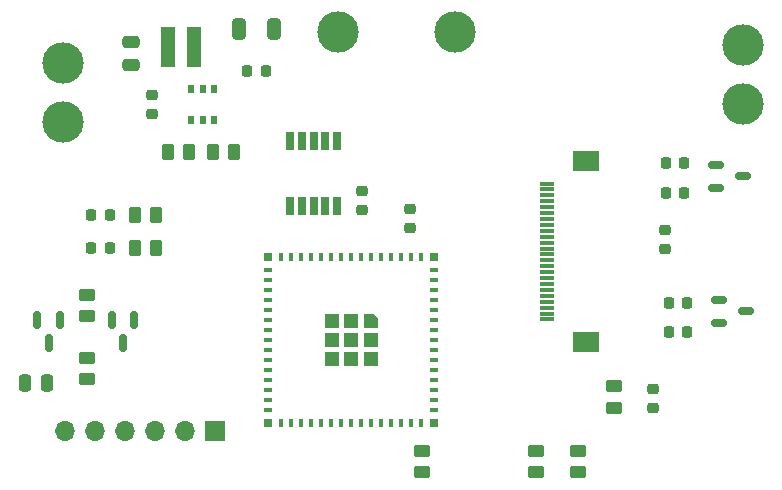
<source format=gbr>
%TF.GenerationSoftware,KiCad,Pcbnew,8.0.4*%
%TF.CreationDate,2024-09-11T06:46:47-05:00*%
%TF.ProjectId,rc,72632e6b-6963-4616-945f-706362585858,rev?*%
%TF.SameCoordinates,Original*%
%TF.FileFunction,Soldermask,Top*%
%TF.FilePolarity,Negative*%
%FSLAX46Y46*%
G04 Gerber Fmt 4.6, Leading zero omitted, Abs format (unit mm)*
G04 Created by KiCad (PCBNEW 8.0.4) date 2024-09-11 06:46:47*
%MOMM*%
%LPD*%
G01*
G04 APERTURE LIST*
G04 Aperture macros list*
%AMRoundRect*
0 Rectangle with rounded corners*
0 $1 Rounding radius*
0 $2 $3 $4 $5 $6 $7 $8 $9 X,Y pos of 4 corners*
0 Add a 4 corners polygon primitive as box body*
4,1,4,$2,$3,$4,$5,$6,$7,$8,$9,$2,$3,0*
0 Add four circle primitives for the rounded corners*
1,1,$1+$1,$2,$3*
1,1,$1+$1,$4,$5*
1,1,$1+$1,$6,$7*
1,1,$1+$1,$8,$9*
0 Add four rect primitives between the rounded corners*
20,1,$1+$1,$2,$3,$4,$5,0*
20,1,$1+$1,$4,$5,$6,$7,0*
20,1,$1+$1,$6,$7,$8,$9,0*
20,1,$1+$1,$8,$9,$2,$3,0*%
%AMOutline5P*
0 Free polygon, 5 corners , with rotation*
0 The origin of the aperture is its center*
0 number of corners: always 5*
0 $1 to $10 corner X, Y*
0 $11 Rotation angle, in degrees counterclockwise*
0 create outline with 5 corners*
4,1,5,$1,$2,$3,$4,$5,$6,$7,$8,$9,$10,$1,$2,$11*%
%AMOutline6P*
0 Free polygon, 6 corners , with rotation*
0 The origin of the aperture is its center*
0 number of corners: always 6*
0 $1 to $12 corner X, Y*
0 $13 Rotation angle, in degrees counterclockwise*
0 create outline with 6 corners*
4,1,6,$1,$2,$3,$4,$5,$6,$7,$8,$9,$10,$11,$12,$1,$2,$13*%
%AMOutline7P*
0 Free polygon, 7 corners , with rotation*
0 The origin of the aperture is its center*
0 number of corners: always 7*
0 $1 to $14 corner X, Y*
0 $15 Rotation angle, in degrees counterclockwise*
0 create outline with 7 corners*
4,1,7,$1,$2,$3,$4,$5,$6,$7,$8,$9,$10,$11,$12,$13,$14,$1,$2,$15*%
%AMOutline8P*
0 Free polygon, 8 corners , with rotation*
0 The origin of the aperture is its center*
0 number of corners: always 8*
0 $1 to $16 corner X, Y*
0 $17 Rotation angle, in degrees counterclockwise*
0 create outline with 8 corners*
4,1,8,$1,$2,$3,$4,$5,$6,$7,$8,$9,$10,$11,$12,$13,$14,$15,$16,$1,$2,$17*%
G04 Aperture macros list end*
%ADD10C,2.600000*%
%ADD11C,3.500000*%
%ADD12R,0.400000X0.800000*%
%ADD13R,0.800000X0.400000*%
%ADD14Outline5P,-0.600000X0.204000X-0.204000X0.600000X0.600000X0.600000X0.600000X-0.600000X-0.600000X-0.600000X270.000000*%
%ADD15R,1.200000X1.200000*%
%ADD16R,0.800000X0.800000*%
%ADD17RoundRect,0.250000X0.450000X-0.262500X0.450000X0.262500X-0.450000X0.262500X-0.450000X-0.262500X0*%
%ADD18R,1.300000X0.300000*%
%ADD19R,2.200000X1.800000*%
%ADD20RoundRect,0.250000X-0.450000X0.262500X-0.450000X-0.262500X0.450000X-0.262500X0.450000X0.262500X0*%
%ADD21RoundRect,0.225000X-0.225000X-0.250000X0.225000X-0.250000X0.225000X0.250000X-0.225000X0.250000X0*%
%ADD22RoundRect,0.150000X-0.512500X-0.150000X0.512500X-0.150000X0.512500X0.150000X-0.512500X0.150000X0*%
%ADD23R,1.700000X1.700000*%
%ADD24O,1.700000X1.700000*%
%ADD25RoundRect,0.225000X0.250000X-0.225000X0.250000X0.225000X-0.250000X0.225000X-0.250000X-0.225000X0*%
%ADD26RoundRect,0.250000X0.262500X0.450000X-0.262500X0.450000X-0.262500X-0.450000X0.262500X-0.450000X0*%
%ADD27RoundRect,0.250000X0.250000X0.475000X-0.250000X0.475000X-0.250000X-0.475000X0.250000X-0.475000X0*%
%ADD28R,0.549999X0.800001*%
%ADD29RoundRect,0.250000X0.325000X0.650000X-0.325000X0.650000X-0.325000X-0.650000X0.325000X-0.650000X0*%
%ADD30RoundRect,0.218750X-0.218750X-0.256250X0.218750X-0.256250X0.218750X0.256250X-0.218750X0.256250X0*%
%ADD31RoundRect,0.225000X-0.250000X0.225000X-0.250000X-0.225000X0.250000X-0.225000X0.250000X0.225000X0*%
%ADD32RoundRect,0.225000X0.225000X0.250000X-0.225000X0.250000X-0.225000X-0.250000X0.225000X-0.250000X0*%
%ADD33R,1.300000X3.500000*%
%ADD34RoundRect,0.250000X-0.475000X0.250000X-0.475000X-0.250000X0.475000X-0.250000X0.475000X0.250000X0*%
%ADD35RoundRect,0.150000X-0.150000X0.587500X-0.150000X-0.587500X0.150000X-0.587500X0.150000X0.587500X0*%
%ADD36R,0.650000X1.525000*%
G04 APERTURE END LIST*
D10*
%TO.C,TP4*%
X122189769Y-55323426D03*
D11*
X122189769Y-55323426D03*
%TD*%
%TO.C,TP5*%
X179720769Y-58849426D03*
D10*
X179720769Y-58849426D03*
%TD*%
%TO.C,TP1*%
X145430769Y-52753426D03*
D11*
X145430769Y-52753426D03*
%TD*%
D12*
%TO.C,U1*%
X152522769Y-71789426D03*
X151672769Y-71789426D03*
X150822769Y-71789426D03*
X149972769Y-71789426D03*
X149122769Y-71789426D03*
X148272769Y-71789426D03*
X147422769Y-71789426D03*
X146572769Y-71789426D03*
X145722769Y-71789426D03*
X144872769Y-71789426D03*
X144022769Y-71789426D03*
X143172769Y-71789426D03*
X142322769Y-71789426D03*
X141472769Y-71789426D03*
X140622769Y-71789426D03*
D13*
X139572769Y-72839426D03*
X139572769Y-73689426D03*
X139572769Y-74539426D03*
X139572769Y-75389426D03*
X139572769Y-76239426D03*
X139572769Y-77089426D03*
X139572769Y-77939426D03*
X139572769Y-78789426D03*
X139572769Y-79639426D03*
X139572769Y-80489426D03*
X139572769Y-81339426D03*
X139572769Y-82189426D03*
X139572769Y-83039426D03*
X139572769Y-83889426D03*
X139572769Y-84739426D03*
D12*
X140622769Y-85789426D03*
X141472769Y-85789426D03*
X142322769Y-85789426D03*
X143172769Y-85789426D03*
X144022769Y-85789426D03*
X144872769Y-85789426D03*
X145722769Y-85789426D03*
X146572769Y-85789426D03*
X147422769Y-85789426D03*
X148272769Y-85789426D03*
X149122769Y-85789426D03*
X149972769Y-85789426D03*
X150822769Y-85789426D03*
X151672769Y-85789426D03*
X152522769Y-85789426D03*
D13*
X153572769Y-84739426D03*
X153572769Y-83889426D03*
X153572769Y-83039426D03*
X153572769Y-82189426D03*
X153572769Y-81339426D03*
X153572769Y-80489426D03*
X153572769Y-79639426D03*
X153572769Y-78789426D03*
X153572769Y-77939426D03*
X153572769Y-77089426D03*
X153572769Y-76239426D03*
X153572769Y-75389426D03*
X153572769Y-74539426D03*
X153572769Y-73689426D03*
X153572769Y-72839426D03*
D14*
X148222769Y-77139426D03*
D15*
X146572769Y-77139426D03*
X144922769Y-77139426D03*
X148222769Y-78789426D03*
X146572769Y-78789426D03*
X144922769Y-78789426D03*
X148222769Y-80439426D03*
X146572769Y-80439426D03*
X144922769Y-80439426D03*
D16*
X153572769Y-71789426D03*
X139572769Y-71789426D03*
X139572769Y-85789426D03*
X153572769Y-85789426D03*
%TD*%
D17*
%TO.C,R5*%
X152542769Y-89987926D03*
X152542769Y-88162926D03*
%TD*%
D18*
%TO.C,J1*%
X163204769Y-77045426D03*
X163204769Y-76545426D03*
X163204769Y-76045426D03*
X163204769Y-75545426D03*
X163204769Y-75045426D03*
X163204769Y-74545426D03*
X163204769Y-74045426D03*
X163204769Y-73545426D03*
X163204769Y-73045426D03*
X163204769Y-72545426D03*
X163204769Y-72045426D03*
X163204769Y-71545426D03*
X163204769Y-71045426D03*
X163204769Y-70545426D03*
X163204769Y-70045426D03*
X163204769Y-69545426D03*
X163204769Y-69045426D03*
X163204769Y-68545426D03*
X163204769Y-68045426D03*
X163204769Y-67545426D03*
X163204769Y-67045426D03*
X163204769Y-66545426D03*
X163204769Y-66045426D03*
X163204769Y-65545426D03*
D19*
X166454769Y-78945426D03*
X166454769Y-63645426D03*
%TD*%
D20*
%TO.C,R7*%
X162194769Y-88162926D03*
X162194769Y-89987926D03*
%TD*%
D21*
%TO.C,C9*%
X173482269Y-75625426D03*
X175032269Y-75625426D03*
%TD*%
D22*
%TO.C,U4*%
X177699769Y-75425426D03*
X177699769Y-77325426D03*
X179974769Y-76375426D03*
%TD*%
D23*
%TO.C,J2*%
X135016769Y-86535426D03*
D24*
X132476769Y-86535426D03*
X129936769Y-86535426D03*
X127396769Y-86535426D03*
X124856769Y-86535426D03*
X122316769Y-86535426D03*
%TD*%
D10*
%TO.C,TP3*%
X122189769Y-60373426D03*
D11*
X122189769Y-60373426D03*
%TD*%
D17*
%TO.C,R6*%
X168798769Y-84550426D03*
X168798769Y-82725426D03*
%TD*%
D25*
%TO.C,C3*%
X129682769Y-59624426D03*
X129682769Y-58074426D03*
%TD*%
D26*
%TO.C,R2*%
X136691269Y-62913426D03*
X134866269Y-62913426D03*
%TD*%
D20*
%TO.C,R8*%
X165750769Y-88162926D03*
X165750769Y-89987926D03*
%TD*%
D27*
%TO.C,C11*%
X120830269Y-82471426D03*
X118930269Y-82471426D03*
%TD*%
D28*
%TO.C,U2*%
X133050768Y-60124427D03*
X134000769Y-60124427D03*
X134950767Y-60124427D03*
X134950767Y-57574427D03*
X134000769Y-57574427D03*
X133050768Y-57574427D03*
%TD*%
D29*
%TO.C,C1*%
X140047769Y-52499426D03*
X137097769Y-52499426D03*
%TD*%
D30*
%TO.C,D3*%
X124577269Y-71041426D03*
X126152269Y-71041426D03*
%TD*%
D25*
%TO.C,C5*%
X151526769Y-69276426D03*
X151526769Y-67726426D03*
%TD*%
D31*
%TO.C,C6*%
X147462769Y-66215426D03*
X147462769Y-67765426D03*
%TD*%
D10*
%TO.C,TP6*%
X179720769Y-53799426D03*
D11*
X179720769Y-53799426D03*
%TD*%
D21*
%TO.C,C7*%
X173228269Y-63800426D03*
X174778269Y-63800426D03*
%TD*%
D32*
%TO.C,C2*%
X139347769Y-56055426D03*
X137797769Y-56055426D03*
%TD*%
D26*
%TO.C,R9*%
X130087269Y-68247426D03*
X128262269Y-68247426D03*
%TD*%
D17*
%TO.C,R3*%
X124198269Y-76779926D03*
X124198269Y-74954926D03*
%TD*%
D33*
%TO.C,L1*%
X133238769Y-54023426D03*
X131038769Y-54023426D03*
%TD*%
D26*
%TO.C,R10*%
X130087269Y-71041426D03*
X128262269Y-71041426D03*
%TD*%
D34*
%TO.C,C4*%
X127904769Y-53581426D03*
X127904769Y-55481426D03*
%TD*%
D22*
%TO.C,U3*%
X179720769Y-64945426D03*
X177445769Y-65895426D03*
X177445769Y-63995426D03*
%TD*%
D25*
%TO.C,C12*%
X173116769Y-71054426D03*
X173116769Y-69504426D03*
%TD*%
D30*
%TO.C,D2*%
X124577269Y-68247426D03*
X126152269Y-68247426D03*
%TD*%
D26*
%TO.C,R1*%
X132881269Y-62913426D03*
X131056269Y-62913426D03*
%TD*%
D35*
%TO.C,Q2*%
X128196269Y-77137426D03*
X126296269Y-77137426D03*
X127246269Y-79012426D03*
%TD*%
D21*
%TO.C,C8*%
X173228269Y-66310426D03*
X174778269Y-66310426D03*
%TD*%
D25*
%TO.C,C13*%
X172100769Y-84516426D03*
X172100769Y-82966426D03*
%TD*%
D20*
%TO.C,R4*%
X124198269Y-80288926D03*
X124198269Y-82113926D03*
%TD*%
D36*
%TO.C,IC1*%
X141398769Y-67403426D03*
X142398769Y-67403426D03*
X143398769Y-67403426D03*
X144398769Y-67403426D03*
X145398769Y-67403426D03*
X145398769Y-61979426D03*
X144398769Y-61979426D03*
X143398769Y-61979426D03*
X142398769Y-61979426D03*
X141398769Y-61979426D03*
%TD*%
D21*
%TO.C,C10*%
X173482269Y-78135426D03*
X175032269Y-78135426D03*
%TD*%
D10*
%TO.C,TP2*%
X155336769Y-52753426D03*
D11*
X155336769Y-52753426D03*
%TD*%
D35*
%TO.C,Q1*%
X121912269Y-77137426D03*
X120012269Y-77137426D03*
X120962269Y-79012426D03*
%TD*%
M02*

</source>
